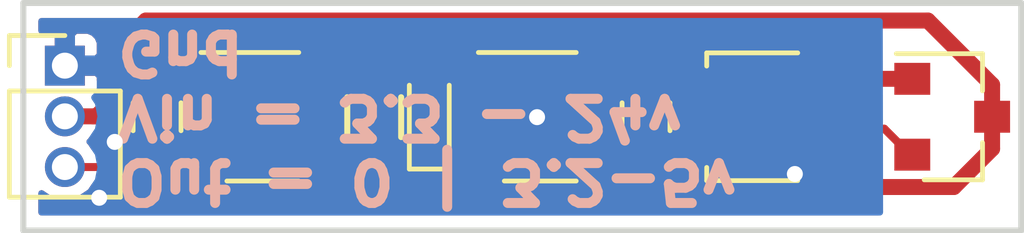
<source format=kicad_pcb>
(kicad_pcb (version 4) (host pcbnew 4.0.5)

  (general
    (links 19)
    (no_connects 0)
    (area 99.924999 99.574999 125.075001 105.425001)
    (thickness 1.6)
    (drawings 5)
    (tracks 85)
    (zones 0)
    (modules 9)
    (nets 8)
  )

  (page A4)
  (layers
    (0 F.Cu signal)
    (31 B.Cu signal hide)
    (32 B.Adhes user)
    (33 F.Adhes user)
    (34 B.Paste user)
    (35 F.Paste user)
    (36 B.SilkS user hide)
    (37 F.SilkS user)
    (38 B.Mask user)
    (39 F.Mask user)
    (40 Dwgs.User user)
    (41 Cmts.User user)
    (42 Eco1.User user hide)
    (43 Eco2.User user hide)
    (44 Edge.Cuts user)
    (45 Margin user)
    (46 B.CrtYd user hide)
    (47 F.CrtYd user hide)
    (48 B.Fab user hide)
    (49 F.Fab user hide)
  )

  (setup
    (last_trace_width 0.2)
    (user_trace_width 0.4)
    (trace_clearance 0.21)
    (zone_clearance 0.3)
    (zone_45_only no)
    (trace_min 0.2)
    (segment_width 0.2)
    (edge_width 0.15)
    (via_size 0.6)
    (via_drill 0.4)
    (via_min_size 0.4)
    (via_min_drill 0.3)
    (uvia_size 0.3)
    (uvia_drill 0.1)
    (uvias_allowed no)
    (uvia_min_size 0.2)
    (uvia_min_drill 0.1)
    (pcb_text_width 0.3)
    (pcb_text_size 1.5 1.5)
    (mod_edge_width 0.15)
    (mod_text_size 1 1)
    (mod_text_width 0.15)
    (pad_size 1.524 1.524)
    (pad_drill 0.762)
    (pad_to_mask_clearance 0.2)
    (aux_axis_origin 0 0)
    (visible_elements FFFFFF7F)
    (pcbplotparams
      (layerselection 0x00030_80000001)
      (usegerberextensions false)
      (excludeedgelayer true)
      (linewidth 0.100000)
      (plotframeref false)
      (viasonmask false)
      (mode 1)
      (useauxorigin false)
      (hpglpennumber 1)
      (hpglpenspeed 20)
      (hpglpendiameter 15)
      (hpglpenoverlay 2)
      (psnegative false)
      (psa4output false)
      (plotreference true)
      (plotvalue true)
      (plotinvisibletext false)
      (padsonsilk false)
      (subtractmaskfromsilk false)
      (outputformat 1)
      (mirror false)
      (drillshape 1)
      (scaleselection 1)
      (outputdirectory ""))
  )

  (net 0 "")
  (net 1 +24V)
  (net 2 GND)
  (net 3 +5V)
  (net 4 "Net-(P1-Pad3)")
  (net 5 "Net-(RV1-Pad2)")
  (net 6 "Net-(U2-Pad2)")
  (net 7 "Net-(D1-Pad1)")

  (net_class Default "This is the default net class."
    (clearance 0.21)
    (trace_width 0.2)
    (via_dia 0.6)
    (via_drill 0.4)
    (uvia_dia 0.3)
    (uvia_drill 0.1)
    (add_net +24V)
    (add_net +5V)
    (add_net GND)
    (add_net "Net-(D1-Pad1)")
    (add_net "Net-(P1-Pad3)")
    (add_net "Net-(RV1-Pad2)")
    (add_net "Net-(U2-Pad2)")
  )

  (module LEDs:LED_0603 (layer F.Cu) (tedit 58A70B5C) (tstamp 58A60FB5)
    (at 110.17 102.51 90)
    (descr "LED 0603 smd package")
    (tags "LED led 0603 SMD smd SMT smt smdled SMDLED smtled SMTLED")
    (path /58A4E938)
    (attr smd)
    (fp_text reference D1 (at 3.98 0.08 90) (layer F.SilkS) hide
      (effects (font (size 1 1) (thickness 0.15)))
    )
    (fp_text value LED (at 0 1.35 90) (layer F.Fab)
      (effects (font (size 1 1) (thickness 0.15)))
    )
    (fp_line (start -1.3 -0.5) (end -1.3 0.5) (layer F.SilkS) (width 0.12))
    (fp_line (start -0.2 -0.2) (end -0.2 0.2) (layer F.Fab) (width 0.1))
    (fp_line (start -0.15 0) (end 0.15 -0.2) (layer F.Fab) (width 0.1))
    (fp_line (start 0.15 0.2) (end -0.15 0) (layer F.Fab) (width 0.1))
    (fp_line (start 0.15 -0.2) (end 0.15 0.2) (layer F.Fab) (width 0.1))
    (fp_line (start 0.8 0.4) (end -0.8 0.4) (layer F.Fab) (width 0.1))
    (fp_line (start 0.8 -0.4) (end 0.8 0.4) (layer F.Fab) (width 0.1))
    (fp_line (start -0.8 -0.4) (end 0.8 -0.4) (layer F.Fab) (width 0.1))
    (fp_line (start -0.8 0.4) (end -0.8 -0.4) (layer F.Fab) (width 0.1))
    (fp_line (start -1.3 0.5) (end 0.8 0.5) (layer F.SilkS) (width 0.12))
    (fp_line (start -1.3 -0.5) (end 0.8 -0.5) (layer F.SilkS) (width 0.12))
    (fp_line (start 1.45 -0.65) (end 1.45 0.65) (layer F.CrtYd) (width 0.05))
    (fp_line (start 1.45 0.65) (end -1.45 0.65) (layer F.CrtYd) (width 0.05))
    (fp_line (start -1.45 0.65) (end -1.45 -0.65) (layer F.CrtYd) (width 0.05))
    (fp_line (start -1.45 -0.65) (end 1.45 -0.65) (layer F.CrtYd) (width 0.05))
    (pad 2 smd rect (at 0.8 0 270) (size 0.8 0.8) (layers F.Cu F.Paste F.Mask)
      (net 3 +5V))
    (pad 1 smd rect (at -0.8 0 270) (size 0.8 0.8) (layers F.Cu F.Paste F.Mask)
      (net 7 "Net-(D1-Pad1)"))
    (model LEDs.3dshapes/LED_0603.wrl
      (at (xyz 0 0 0))
      (scale (xyz 1 1 1))
      (rotate (xyz 0 0 180))
    )
  )

  (module Resistors_SMD:R_0603 (layer F.Cu) (tedit 58A70B5E) (tstamp 58A4E48B)
    (at 108.79 102.51 90)
    (descr "Resistor SMD 0603, reflow soldering, Vishay (see dcrcw.pdf)")
    (tags "resistor 0603")
    (path /58A4E84D)
    (attr smd)
    (fp_text reference R1 (at 3.95 0.01 90) (layer F.SilkS) hide
      (effects (font (size 1 1) (thickness 0.15)))
    )
    (fp_text value 300 (at -0.32 -3.47 90) (layer F.Fab)
      (effects (font (size 1 1) (thickness 0.15)))
    )
    (fp_line (start -0.8 0.4) (end -0.8 -0.4) (layer F.Fab) (width 0.1))
    (fp_line (start 0.8 0.4) (end -0.8 0.4) (layer F.Fab) (width 0.1))
    (fp_line (start 0.8 -0.4) (end 0.8 0.4) (layer F.Fab) (width 0.1))
    (fp_line (start -0.8 -0.4) (end 0.8 -0.4) (layer F.Fab) (width 0.1))
    (fp_line (start -1.3 -0.8) (end 1.3 -0.8) (layer F.CrtYd) (width 0.05))
    (fp_line (start -1.3 0.8) (end 1.3 0.8) (layer F.CrtYd) (width 0.05))
    (fp_line (start -1.3 -0.8) (end -1.3 0.8) (layer F.CrtYd) (width 0.05))
    (fp_line (start 1.3 -0.8) (end 1.3 0.8) (layer F.CrtYd) (width 0.05))
    (fp_line (start 0.5 0.675) (end -0.5 0.675) (layer F.SilkS) (width 0.15))
    (fp_line (start -0.5 -0.675) (end 0.5 -0.675) (layer F.SilkS) (width 0.15))
    (pad 1 smd rect (at -0.75 0 90) (size 0.5 0.9) (layers F.Cu F.Paste F.Mask)
      (net 7 "Net-(D1-Pad1)"))
    (pad 2 smd rect (at 0.75 0 90) (size 0.5 0.9) (layers F.Cu F.Paste F.Mask)
      (net 4 "Net-(P1-Pad3)"))
    (model Resistors_SMD.3dshapes/R_0603.wrl
      (at (xyz 0 0 0))
      (scale (xyz 1 1 1))
      (rotate (xyz 0 0 0))
    )
  )

  (module TO_SOT_Packages_SMD:SOT-23-5 (layer F.Cu) (tedit 58A70B59) (tstamp 58A4E4AB)
    (at 112.95 102.5)
    (descr "5-pin SOT23 package")
    (tags SOT-23-5)
    (path /58A4E33D)
    (attr smd)
    (fp_text reference U3 (at -0.02 -3.98 90) (layer F.SilkS) hide
      (effects (font (size 1 1) (thickness 0.15)))
    )
    (fp_text value MCP601 (at 5.4 0.09) (layer F.Fab)
      (effects (font (size 1 1) (thickness 0.15)))
    )
    (fp_line (start -0.9 1.61) (end 0.9 1.61) (layer F.SilkS) (width 0.12))
    (fp_line (start 0.9 -1.61) (end -1.55 -1.61) (layer F.SilkS) (width 0.12))
    (fp_line (start -1.9 -1.8) (end 1.9 -1.8) (layer F.CrtYd) (width 0.05))
    (fp_line (start 1.9 -1.8) (end 1.9 1.8) (layer F.CrtYd) (width 0.05))
    (fp_line (start 1.9 1.8) (end -1.9 1.8) (layer F.CrtYd) (width 0.05))
    (fp_line (start -1.9 1.8) (end -1.9 -1.8) (layer F.CrtYd) (width 0.05))
    (fp_line (start -0.9 -0.9) (end -0.25 -1.55) (layer F.Fab) (width 0.1))
    (fp_line (start 0.9 -1.55) (end -0.25 -1.55) (layer F.Fab) (width 0.1))
    (fp_line (start -0.9 -0.9) (end -0.9 1.55) (layer F.Fab) (width 0.1))
    (fp_line (start 0.9 1.55) (end -0.9 1.55) (layer F.Fab) (width 0.1))
    (fp_line (start 0.9 -1.55) (end 0.9 1.55) (layer F.Fab) (width 0.1))
    (pad 1 smd rect (at -1.1 -0.95) (size 1.06 0.65) (layers F.Cu F.Paste F.Mask)
      (net 4 "Net-(P1-Pad3)"))
    (pad 2 smd rect (at -1.1 0) (size 1.06 0.65) (layers F.Cu F.Paste F.Mask)
      (net 2 GND))
    (pad 3 smd rect (at -1.1 0.95) (size 1.06 0.65) (layers F.Cu F.Paste F.Mask)
      (net 6 "Net-(U2-Pad2)"))
    (pad 4 smd rect (at 1.1 0.95) (size 1.06 0.65) (layers F.Cu F.Paste F.Mask)
      (net 5 "Net-(RV1-Pad2)"))
    (pad 5 smd rect (at 1.1 -0.95) (size 1.06 0.65) (layers F.Cu F.Paste F.Mask)
      (net 3 +5V))
    (model TO_SOT_Packages_SMD.3dshapes/SOT-23-5.wrl
      (at (xyz 0 0 0))
      (scale (xyz 1 1 1))
      (rotate (xyz 0 0 0))
    )
  )

  (module Capacitors_SMD:C_0603 (layer F.Cu) (tedit 58A70B57) (tstamp 58A4E478)
    (at 115.6 102.5 270)
    (descr "Capacitor SMD 0603, reflow soldering, AVX (see smccp.pdf)")
    (tags "capacitor 0603")
    (path /58A4E4CE)
    (attr smd)
    (fp_text reference C2 (at -3.9 -0.05 270) (layer F.SilkS) hide
      (effects (font (size 1 1) (thickness 0.15)))
    )
    (fp_text value 2.2uf (at -3.68 -0.25 270) (layer F.Fab)
      (effects (font (size 1 1) (thickness 0.15)))
    )
    (fp_line (start -0.8 0.4) (end -0.8 -0.4) (layer F.Fab) (width 0.1))
    (fp_line (start 0.8 0.4) (end -0.8 0.4) (layer F.Fab) (width 0.1))
    (fp_line (start 0.8 -0.4) (end 0.8 0.4) (layer F.Fab) (width 0.1))
    (fp_line (start -0.8 -0.4) (end 0.8 -0.4) (layer F.Fab) (width 0.1))
    (fp_line (start -1.45 -0.75) (end 1.45 -0.75) (layer F.CrtYd) (width 0.05))
    (fp_line (start -1.45 0.75) (end 1.45 0.75) (layer F.CrtYd) (width 0.05))
    (fp_line (start -1.45 -0.75) (end -1.45 0.75) (layer F.CrtYd) (width 0.05))
    (fp_line (start 1.45 -0.75) (end 1.45 0.75) (layer F.CrtYd) (width 0.05))
    (fp_line (start -0.35 -0.6) (end 0.35 -0.6) (layer F.SilkS) (width 0.12))
    (fp_line (start 0.35 0.6) (end -0.35 0.6) (layer F.SilkS) (width 0.12))
    (pad 1 smd rect (at -0.75 0 270) (size 0.8 0.75) (layers F.Cu F.Paste F.Mask)
      (net 3 +5V))
    (pad 2 smd rect (at 0.75 0 270) (size 0.8 0.75) (layers F.Cu F.Paste F.Mask)
      (net 2 GND))
    (model Capacitors_SMD.3dshapes/C_0603.wrl
      (at (xyz 0 0 0))
      (scale (xyz 1 1 1))
      (rotate (xyz 0 0 0))
    )
  )

  (module TO_SOT_Packages_SMD:SOT-23 (layer F.Cu) (tedit 58A70B4E) (tstamp 58A4E4A2)
    (at 123.27 102.5)
    (descr "SOT-23, Standard")
    (tags SOT-23)
    (path /58A4E212)
    (attr smd)
    (fp_text reference U2 (at 0.01 -3.95 90) (layer F.SilkS) hide
      (effects (font (size 1 1) (thickness 0.15)))
    )
    (fp_text value DRV5053 (at 1.04 3.85) (layer F.Fab)
      (effects (font (size 1 1) (thickness 0.15)))
    )
    (fp_line (start -0.7 -0.95) (end -0.7 1.5) (layer F.Fab) (width 0.1))
    (fp_line (start -0.15 -1.52) (end 0.7 -1.52) (layer F.Fab) (width 0.1))
    (fp_line (start -0.7 -0.95) (end -0.15 -1.52) (layer F.Fab) (width 0.1))
    (fp_line (start 0.7 -1.52) (end 0.7 1.52) (layer F.Fab) (width 0.1))
    (fp_line (start -0.7 1.52) (end 0.7 1.52) (layer F.Fab) (width 0.1))
    (fp_line (start 0.76 1.58) (end 0.76 0.65) (layer F.SilkS) (width 0.12))
    (fp_line (start 0.76 -1.58) (end 0.76 -0.65) (layer F.SilkS) (width 0.12))
    (fp_line (start -1.7 -1.75) (end 1.7 -1.75) (layer F.CrtYd) (width 0.05))
    (fp_line (start 1.7 -1.75) (end 1.7 1.75) (layer F.CrtYd) (width 0.05))
    (fp_line (start 1.7 1.75) (end -1.7 1.75) (layer F.CrtYd) (width 0.05))
    (fp_line (start -1.7 1.75) (end -1.7 -1.75) (layer F.CrtYd) (width 0.05))
    (fp_line (start 0.76 -1.58) (end -1.4 -1.58) (layer F.SilkS) (width 0.12))
    (fp_line (start 0.76 1.58) (end -0.7 1.58) (layer F.SilkS) (width 0.12))
    (pad 1 smd rect (at -1 -0.95) (size 0.9 0.8) (layers F.Cu F.Paste F.Mask)
      (net 3 +5V))
    (pad 2 smd rect (at -1 0.95) (size 0.9 0.8) (layers F.Cu F.Paste F.Mask)
      (net 6 "Net-(U2-Pad2)"))
    (pad 3 smd rect (at 1 0) (size 0.9 0.8) (layers F.Cu F.Paste F.Mask)
      (net 2 GND))
    (model TO_SOT_Packages_SMD.3dshapes/SOT-23.wrl
      (at (xyz 0 0 0))
      (scale (xyz 1 1 1))
      (rotate (xyz 0 0 90))
    )
  )

  (module Capacitors_SMD:C_0603 (layer F.Cu) (tedit 58A70B63) (tstamp 58A4E472)
    (at 103.35 102.5 270)
    (descr "Capacitor SMD 0603, reflow soldering, AVX (see smccp.pdf)")
    (tags "capacitor 0603")
    (path /58A4E44C)
    (attr smd)
    (fp_text reference C1 (at -4.15 -0.24 270) (layer F.SilkS) hide
      (effects (font (size 1 1) (thickness 0.15)))
    )
    (fp_text value 1uf (at 4.38 -0.08 270) (layer F.Fab)
      (effects (font (size 1 1) (thickness 0.15)))
    )
    (fp_line (start -0.8 0.4) (end -0.8 -0.4) (layer F.Fab) (width 0.1))
    (fp_line (start 0.8 0.4) (end -0.8 0.4) (layer F.Fab) (width 0.1))
    (fp_line (start 0.8 -0.4) (end 0.8 0.4) (layer F.Fab) (width 0.1))
    (fp_line (start -0.8 -0.4) (end 0.8 -0.4) (layer F.Fab) (width 0.1))
    (fp_line (start -1.45 -0.75) (end 1.45 -0.75) (layer F.CrtYd) (width 0.05))
    (fp_line (start -1.45 0.75) (end 1.45 0.75) (layer F.CrtYd) (width 0.05))
    (fp_line (start -1.45 -0.75) (end -1.45 0.75) (layer F.CrtYd) (width 0.05))
    (fp_line (start 1.45 -0.75) (end 1.45 0.75) (layer F.CrtYd) (width 0.05))
    (fp_line (start -0.35 -0.6) (end 0.35 -0.6) (layer F.SilkS) (width 0.12))
    (fp_line (start 0.35 0.6) (end -0.35 0.6) (layer F.SilkS) (width 0.12))
    (pad 1 smd rect (at -0.75 0 270) (size 0.8 0.75) (layers F.Cu F.Paste F.Mask)
      (net 1 +24V))
    (pad 2 smd rect (at 0.75 0 270) (size 0.8 0.75) (layers F.Cu F.Paste F.Mask)
      (net 2 GND))
    (model Capacitors_SMD.3dshapes/C_0603.wrl
      (at (xyz 0 0 0))
      (scale (xyz 1 1 1))
      (rotate (xyz 0 0 0))
    )
  )

  (module TO_SOT_Packages_SMD:SOT-23-5 (layer F.Cu) (tedit 58A70B61) (tstamp 58A4E49B)
    (at 106 102.5)
    (descr "5-pin SOT23 package")
    (tags SOT-23-5)
    (path /58A4E266)
    (attr smd)
    (fp_text reference U1 (at 0.01 -4.01 90) (layer F.SilkS) hide
      (effects (font (size 1 1) (thickness 0.15)))
    )
    (fp_text value AP2204 (at -0.02 4.08) (layer F.Fab)
      (effects (font (size 1 1) (thickness 0.15)))
    )
    (fp_line (start -0.9 1.61) (end 0.9 1.61) (layer F.SilkS) (width 0.12))
    (fp_line (start 0.9 -1.61) (end -1.55 -1.61) (layer F.SilkS) (width 0.12))
    (fp_line (start -1.9 -1.8) (end 1.9 -1.8) (layer F.CrtYd) (width 0.05))
    (fp_line (start 1.9 -1.8) (end 1.9 1.8) (layer F.CrtYd) (width 0.05))
    (fp_line (start 1.9 1.8) (end -1.9 1.8) (layer F.CrtYd) (width 0.05))
    (fp_line (start -1.9 1.8) (end -1.9 -1.8) (layer F.CrtYd) (width 0.05))
    (fp_line (start -0.9 -0.9) (end -0.25 -1.55) (layer F.Fab) (width 0.1))
    (fp_line (start 0.9 -1.55) (end -0.25 -1.55) (layer F.Fab) (width 0.1))
    (fp_line (start -0.9 -0.9) (end -0.9 1.55) (layer F.Fab) (width 0.1))
    (fp_line (start 0.9 1.55) (end -0.9 1.55) (layer F.Fab) (width 0.1))
    (fp_line (start 0.9 -1.55) (end 0.9 1.55) (layer F.Fab) (width 0.1))
    (pad 1 smd rect (at -1.1 -0.95) (size 1.06 0.65) (layers F.Cu F.Paste F.Mask)
      (net 1 +24V))
    (pad 2 smd rect (at -1.1 0) (size 1.06 0.65) (layers F.Cu F.Paste F.Mask)
      (net 2 GND))
    (pad 3 smd rect (at -1.1 0.95) (size 1.06 0.65) (layers F.Cu F.Paste F.Mask)
      (net 1 +24V))
    (pad 4 smd rect (at 1.1 0.95) (size 1.06 0.65) (layers F.Cu F.Paste F.Mask))
    (pad 5 smd rect (at 1.1 -0.95) (size 1.06 0.65) (layers F.Cu F.Paste F.Mask)
      (net 3 +5V))
    (model TO_SOT_Packages_SMD.3dshapes/SOT-23-5.wrl
      (at (xyz 0 0 0))
      (scale (xyz 1 1 1))
      (rotate (xyz 0 0 0))
    )
  )

  (module Pin_Headers:Pin_Header_Straight_1x03_Pitch1.27mm (layer F.Cu) (tedit 58A70B65) (tstamp 58A4E5C9)
    (at 101.04 101.22)
    (descr "Through hole straight pin header, 1x03, 1.27mm pitch, single row")
    (tags "Through hole pin header THT 1x03 1.27mm single row")
    (path /58A4E9D9)
    (fp_text reference P1 (at -0.02 -2.8 90) (layer F.SilkS) hide
      (effects (font (size 1 1) (thickness 0.15)))
    )
    (fp_text value CONN_01X03 (at 0.05 -6.51 90) (layer F.Fab)
      (effects (font (size 1 1) (thickness 0.15)))
    )
    (fp_line (start -1.27 -0.635) (end -1.27 3.175) (layer F.Fab) (width 0.1))
    (fp_line (start -1.27 3.175) (end 1.27 3.175) (layer F.Fab) (width 0.1))
    (fp_line (start 1.27 3.175) (end 1.27 -0.635) (layer F.Fab) (width 0.1))
    (fp_line (start 1.27 -0.635) (end -1.27 -0.635) (layer F.Fab) (width 0.1))
    (fp_line (start -1.39 0.635) (end -1.39 3.295) (layer F.SilkS) (width 0.12))
    (fp_line (start -1.39 3.295) (end 1.39 3.295) (layer F.SilkS) (width 0.12))
    (fp_line (start 1.39 3.295) (end 1.39 0.635) (layer F.SilkS) (width 0.12))
    (fp_line (start 1.39 0.635) (end -1.39 0.635) (layer F.SilkS) (width 0.12))
    (fp_line (start -1.39 0) (end -1.39 -0.755) (layer F.SilkS) (width 0.12))
    (fp_line (start -1.39 -0.755) (end 0 -0.755) (layer F.SilkS) (width 0.12))
    (fp_line (start -1.6 -0.9) (end -1.6 3.5) (layer F.CrtYd) (width 0.05))
    (fp_line (start -1.6 3.5) (end 1.6 3.5) (layer F.CrtYd) (width 0.05))
    (fp_line (start 1.6 3.5) (end 1.6 -0.9) (layer F.CrtYd) (width 0.05))
    (fp_line (start 1.6 -0.9) (end -1.6 -0.9) (layer F.CrtYd) (width 0.05))
    (pad 1 thru_hole rect (at 0 0) (size 1 1) (drill 0.65) (layers *.Cu *.Mask)
      (net 2 GND))
    (pad 2 thru_hole oval (at 0 1.27) (size 1 1) (drill 0.65) (layers *.Cu *.Mask)
      (net 1 +24V))
    (pad 3 thru_hole oval (at 0 2.54) (size 1 1) (drill 0.65) (layers *.Cu *.Mask)
      (net 4 "Net-(P1-Pad3)"))
    (model Pin_Headers.3dshapes/Pin_Header_Straight_1x03_Pitch1.27mm.wrl
      (at (xyz 0 0 0))
      (scale (xyz 1 1 1))
      (rotate (xyz 0 0 0))
    )
  )

  (module _my:Potentiometer_Trimmer-TT22A (layer F.Cu) (tedit 58A70B55) (tstamp 58A60CF9)
    (at 118.87 102.5 90)
    (descr http://www.comkey.in/sites/default/files/attachments/EVM3ESX50B15.pdf)
    (tags "trimmer smd")
    (path /58A4E39B)
    (attr smd)
    (fp_text reference RV1 (at 4.36 0.01 90) (layer F.SilkS) hide
      (effects (font (size 1 1) (thickness 0.15)))
    )
    (fp_text value POT (at 0 -3.79 90) (layer F.Fab)
      (effects (font (size 1 1) (thickness 0.15)))
    )
    (fp_line (start 1.6 -1.75) (end 1.6 0.53) (layer F.SilkS) (width 0.12))
    (fp_line (start 1.27 -1.75) (end 1.6 -1.75) (layer F.SilkS) (width 0.12))
    (fp_line (start -1.6 -1.75) (end -1.27 -1.75) (layer F.SilkS) (width 0.12))
    (fp_line (start -1.6 0.53) (end -1.6 -1.75) (layer F.SilkS) (width 0.12))
    (fp_line (start 2.2 2.45) (end -2.2 2.45) (layer F.CrtYd) (width 0.05))
    (fp_line (start 2.2 -2.6) (end 2.2 2.45) (layer F.CrtYd) (width 0.05))
    (fp_line (start -2.2 -2.6) (end 2.2 -2.6) (layer F.CrtYd) (width 0.05))
    (fp_line (start -2.2 2.45) (end -2.2 -2.6) (layer F.CrtYd) (width 0.05))
    (fp_line (start 0.9 1.38) (end 0.9 1.73) (layer F.Fab) (width 0.1))
    (fp_line (start 1.55 1.38) (end 0.9 1.38) (layer F.Fab) (width 0.1))
    (fp_line (start -0.9 1.32) (end -0.9 1.73) (layer F.Fab) (width 0.1))
    (fp_line (start -1.55 1.32) (end -0.9 1.32) (layer F.Fab) (width 0.1))
    (fp_line (start -0.25 -0.23) (end -0.25 -0.97) (layer F.Fab) (width 0.1))
    (fp_line (start -1 -0.23) (end -0.25 -0.23) (layer F.Fab) (width 0.1))
    (fp_line (start -1 0.28) (end -1 -0.23) (layer F.Fab) (width 0.1))
    (fp_line (start -0.25 0.28) (end -1 0.28) (layer F.Fab) (width 0.1))
    (fp_line (start -0.25 1.02) (end -0.25 0.28) (layer F.Fab) (width 0.1))
    (fp_line (start 0.25 1.02) (end -0.25 1.02) (layer F.Fab) (width 0.1))
    (fp_line (start 0.25 0.28) (end 0.25 1.02) (layer F.Fab) (width 0.1))
    (fp_line (start 1 0.28) (end 0.25 0.28) (layer F.Fab) (width 0.1))
    (fp_line (start 1 -0.23) (end 1 0.28) (layer F.Fab) (width 0.1))
    (fp_line (start 0.25 -0.23) (end 1 -0.23) (layer F.Fab) (width 0.1))
    (fp_line (start 0.25 -0.97) (end 0.25 -0.23) (layer F.Fab) (width 0.1))
    (fp_line (start -0.25 -0.97) (end 0.25 -0.97) (layer F.Fab) (width 0.1))
    (fp_line (start -1.55 1.73) (end -1.55 -1.52) (layer F.Fab) (width 0.1))
    (fp_line (start 1.55 1.73) (end -1.55 1.73) (layer F.Fab) (width 0.1))
    (fp_line (start 1.55 -1.52) (end 1.55 1.73) (layer F.Fab) (width 0.1))
    (fp_line (start -1.55 -1.52) (end 1.55 -1.52) (layer F.Fab) (width 0.1))
    (fp_circle (center 0 0.03) (end 0 -0.23) (layer F.Fab) (width 0.1))
    (fp_circle (center 0 0.03) (end 0 -1.18) (layer F.Fab) (width 0.1))
    (fp_circle (center 0 0.03) (end 0 -1.52) (layer F.Fab) (width 0.1))
    (pad 1 smd rect (at -1.155 1.45 90) (size 1.09 1.6) (layers F.Cu F.Paste F.Mask)
      (net 2 GND))
    (pad 3 smd rect (at 1.155 1.45 90) (size 1.09 1.6) (layers F.Cu F.Paste F.Mask)
      (net 3 +5V))
    (pad 2 smd rect (at 0 -1.45 90) (size 1.6 1.6) (layers F.Cu F.Paste F.Mask)
      (net 5 "Net-(RV1-Pad2)"))
  )

  (gr_text "Out = 0 | 3.2-5v\nVin = 3.3 - 24v\nGnd" (at 102.23 102.5 180) (layer B.SilkS)
    (effects (font (size 1 1.1) (thickness 0.25)) (justify left mirror))
  )
  (gr_line (start 100 99.65) (end 100 105.35) (layer Edge.Cuts) (width 0.15))
  (gr_line (start 100 105.35) (end 125 105.35) (layer Edge.Cuts) (width 0.15))
  (gr_line (start 125 99.65) (end 125 105.35) (layer Edge.Cuts) (width 0.15))
  (gr_line (start 100 99.65) (end 125 99.65) (layer Edge.Cuts) (width 0.15))

  (segment (start 103.35 101.75) (end 102.575 101.75) (width 0.4) (layer F.Cu) (net 1))
  (segment (start 101.835 102.49) (end 101.747106 102.49) (width 0.4) (layer F.Cu) (net 1))
  (segment (start 102.575 101.75) (end 101.835 102.49) (width 0.4) (layer F.Cu) (net 1))
  (segment (start 101.747106 102.49) (end 101.04 102.49) (width 0.4) (layer F.Cu) (net 1))
  (segment (start 104.9 101.55) (end 103.55 101.55) (width 0.4) (layer F.Cu) (net 1))
  (segment (start 103.55 101.55) (end 103.35 101.75) (width 0.4) (layer F.Cu) (net 1))
  (segment (start 104.9 103.45) (end 105.83 103.45) (width 0.4) (layer F.Cu) (net 1))
  (segment (start 105.83 103.45) (end 105.840001 103.439999) (width 0.4) (layer F.Cu) (net 1))
  (segment (start 105.840001 103.439999) (end 105.840001 101.560001) (width 0.4) (layer F.Cu) (net 1))
  (segment (start 105.840001 101.560001) (end 105.83 101.55) (width 0.4) (layer F.Cu) (net 1))
  (segment (start 105.83 101.55) (end 104.9 101.55) (width 0.4) (layer F.Cu) (net 1))
  (segment (start 103.35 103.25) (end 102.41 103.25) (width 0.2) (layer F.Cu) (net 2))
  (via (at 102.29 103.13) (size 0.6) (drill 0.4) (layers F.Cu B.Cu) (net 2))
  (segment (start 102.41 103.25) (end 102.29 103.13) (width 0.2) (layer F.Cu) (net 2))
  (segment (start 110.930001 104.259999) (end 110.66 104.53) (width 0.2) (layer F.Cu) (net 2))
  (segment (start 110.66 104.53) (end 101.9 104.53) (width 0.2) (layer F.Cu) (net 2))
  (via (at 101.9 104.53) (size 0.6) (drill 0.4) (layers F.Cu B.Cu) (net 2))
  (segment (start 111.85 102.5) (end 111.535001 102.814999) (width 0.2) (layer F.Cu) (net 2))
  (segment (start 111.535001 102.814999) (end 111.071999 102.814999) (width 0.2) (layer F.Cu) (net 2))
  (segment (start 111.071999 102.814999) (end 110.930001 102.956997) (width 0.2) (layer F.Cu) (net 2))
  (segment (start 110.930001 102.956997) (end 110.930001 104.259999) (width 0.2) (layer F.Cu) (net 2))
  (segment (start 111.85 102.5) (end 112.86 102.5) (width 0.4) (layer F.Cu) (net 2))
  (segment (start 112.86 102.5) (end 112.87 102.51) (width 0.4) (layer F.Cu) (net 2))
  (via (at 112.87 102.51) (size 0.6) (drill 0.4) (layers F.Cu B.Cu) (net 2))
  (segment (start 124.27 102.5) (end 124.27 103.3) (width 0.4) (layer F.Cu) (net 2))
  (segment (start 124.27 103.3) (end 123.309999 104.260001) (width 0.4) (layer F.Cu) (net 2))
  (segment (start 123.309999 104.260001) (end 120.850001 104.260001) (width 0.4) (layer F.Cu) (net 2))
  (segment (start 120.850001 104.260001) (end 120.49 103.9) (width 0.4) (layer F.Cu) (net 2))
  (segment (start 101.04 101.22) (end 101.94 101.22) (width 0.4) (layer F.Cu) (net 2))
  (segment (start 101.94 101.22) (end 103.070001 100.089999) (width 0.4) (layer F.Cu) (net 2))
  (segment (start 103.070001 100.089999) (end 122.659999 100.089999) (width 0.4) (layer F.Cu) (net 2))
  (segment (start 122.659999 100.089999) (end 124.27 101.7) (width 0.4) (layer F.Cu) (net 2))
  (segment (start 124.27 101.7) (end 124.27 102.5) (width 0.4) (layer F.Cu) (net 2))
  (segment (start 119.362367 103.9) (end 119.328258 103.934109) (width 0.2) (layer F.Cu) (net 2))
  (segment (start 120.49 103.9) (end 119.362367 103.9) (width 0.2) (layer F.Cu) (net 2))
  (via (at 119.328258 103.934109) (size 0.6) (drill 0.4) (layers F.Cu B.Cu) (net 2))
  (segment (start 103.35 103.25) (end 104.1 102.5) (width 0.2) (layer F.Cu) (net 2))
  (segment (start 104.1 102.5) (end 104.9 102.5) (width 0.2) (layer F.Cu) (net 2))
  (segment (start 110.17 101.71) (end 110.17 101.11) (width 0.2) (layer F.Cu) (net 3))
  (segment (start 110.17 101.11) (end 110.17 100.839999) (width 0.2) (layer F.Cu) (net 3))
  (segment (start 110.754999 100.839999) (end 110.17 100.839999) (width 0.4) (layer F.Cu) (net 3))
  (segment (start 110.17 100.839999) (end 107.810001 100.839999) (width 0.4) (layer F.Cu) (net 3))
  (segment (start 115.6 101.75) (end 115.6 101.725) (width 0.4) (layer F.Cu) (net 3))
  (segment (start 119.49 101.1) (end 120.49 101.1) (width 0.4) (layer F.Cu) (net 3))
  (segment (start 115.6 101.725) (end 116.225 101.1) (width 0.4) (layer F.Cu) (net 3))
  (segment (start 116.225 101.1) (end 119.49 101.1) (width 0.4) (layer F.Cu) (net 3))
  (segment (start 114.05 101.55) (end 115.4 101.55) (width 0.4) (layer F.Cu) (net 3))
  (segment (start 115.4 101.55) (end 115.6 101.75) (width 0.4) (layer F.Cu) (net 3))
  (segment (start 110.754999 100.839999) (end 110.779999 100.814999) (width 0.4) (layer F.Cu) (net 3))
  (segment (start 113.109999 100.814999) (end 113.845 101.55) (width 0.4) (layer F.Cu) (net 3))
  (segment (start 113.845 101.55) (end 114.05 101.55) (width 0.4) (layer F.Cu) (net 3))
  (segment (start 110.779999 100.814999) (end 113.109999 100.814999) (width 0.4) (layer F.Cu) (net 3))
  (segment (start 107.810001 100.839999) (end 107.1 101.55) (width 0.4) (layer F.Cu) (net 3))
  (segment (start 122.27 101.55) (end 120.94 101.55) (width 0.4) (layer F.Cu) (net 3))
  (segment (start 120.94 101.55) (end 120.49 101.1) (width 0.4) (layer F.Cu) (net 3))
  (segment (start 110.728002 102.501998) (end 108.77 102.501998) (width 0.2) (layer F.Cu) (net 4))
  (segment (start 108.77 102.501998) (end 108.29 102.501998) (width 0.2) (layer F.Cu) (net 4))
  (segment (start 108.79 101.76) (end 108.79 102.481998) (width 0.2) (layer F.Cu) (net 4))
  (segment (start 108.79 102.481998) (end 108.77 102.501998) (width 0.2) (layer F.Cu) (net 4))
  (segment (start 107.994999 102.796999) (end 108.29 102.501998) (width 0.2) (layer F.Cu) (net 4))
  (segment (start 110.981998 102.248002) (end 110.728002 102.501998) (width 0.2) (layer F.Cu) (net 4))
  (segment (start 110.99 102.248002) (end 110.981998 102.248002) (width 0.2) (layer F.Cu) (net 4))
  (segment (start 110.99 101.68) (end 110.99 102.248002) (width 0.2) (layer F.Cu) (net 4))
  (segment (start 111.85 101.55) (end 111.12 101.55) (width 0.2) (layer F.Cu) (net 4))
  (segment (start 111.12 101.55) (end 110.99 101.68) (width 0.2) (layer F.Cu) (net 4))
  (segment (start 107.994999 104.085001) (end 107.994999 102.796999) (width 0.2) (layer F.Cu) (net 4))
  (segment (start 107.994999 104.085001) (end 102.344999 104.085001) (width 0.2) (layer F.Cu) (net 4))
  (segment (start 102.344999 104.085001) (end 102.019998 103.76) (width 0.2) (layer F.Cu) (net 4))
  (segment (start 102.019998 103.76) (end 101.04 103.76) (width 0.2) (layer F.Cu) (net 4))
  (segment (start 114.546999 103.960001) (end 116.789999 103.960001) (width 0.2) (layer F.Cu) (net 5))
  (segment (start 116.789999 103.960001) (end 117.25 103.5) (width 0.2) (layer F.Cu) (net 5))
  (segment (start 117.25 103.5) (end 117.25 102.5) (width 0.2) (layer F.Cu) (net 5))
  (segment (start 114.036998 103.45) (end 113.66 103.45) (width 0.2) (layer F.Cu) (net 5))
  (segment (start 114.546999 103.960001) (end 114.036998 103.45) (width 0.2) (layer F.Cu) (net 5))
  (segment (start 117.25 102.5) (end 117.25 102.55) (width 0.2) (layer F.Cu) (net 5))
  (segment (start 122.22 103.45) (end 121.569999 102.799999) (width 0.2) (layer F.Cu) (net 6))
  (segment (start 117.53 104.39001) (end 112.60501 104.39001) (width 0.2) (layer F.Cu) (net 6))
  (segment (start 122.27 103.45) (end 122.22 103.45) (width 0.2) (layer F.Cu) (net 6))
  (segment (start 121.569999 102.799999) (end 119.278003 102.799999) (width 0.2) (layer F.Cu) (net 6))
  (segment (start 119.278003 102.799999) (end 117.687992 104.39001) (width 0.2) (layer F.Cu) (net 6))
  (segment (start 117.687992 104.39001) (end 117.53 104.39001) (width 0.2) (layer F.Cu) (net 6))
  (segment (start 111.665 103.45) (end 111.46 103.45) (width 0.2) (layer F.Cu) (net 6))
  (segment (start 112.60501 104.39001) (end 111.665 103.45) (width 0.2) (layer F.Cu) (net 6))
  (segment (start 108.79 103.26) (end 110.12 103.26) (width 0.2) (layer F.Cu) (net 7))
  (segment (start 110.12 103.26) (end 110.17 103.31) (width 0.2) (layer F.Cu) (net 7))

  (zone (net 2) (net_name GND) (layer F.Cu) (tstamp 0) (hatch edge 0.508)
    (connect_pads thru_hole_only (clearance 0.3))
    (min_thickness 0.16)
    (fill yes (arc_segments 16) (thermal_gap 0.3) (thermal_bridge_width 0.508))
    (polygon
      (pts
        (xy 100.03 99.65) (xy 121.49 99.64) (xy 121.5 105.32) (xy 100 105.35) (xy 100 105.35)
      )
    )
    (filled_polygon
      (pts
        (xy 121.416488 103.32531) (xy 121.419251 104.895) (xy 100.455 104.895) (xy 100.455 104.418666) (xy 100.685999 104.573014)
        (xy 101.02276 104.64) (xy 101.05724 104.64) (xy 101.394001 104.573014) (xy 101.679494 104.382254) (xy 101.774545 104.24)
        (xy 101.821176 104.24) (xy 102.005588 104.424412) (xy 102.161311 104.528463) (xy 102.344999 104.565001) (xy 107.994999 104.565001)
        (xy 108.178687 104.528463) (xy 108.33441 104.424412) (xy 108.438461 104.268689) (xy 108.474999 104.085001) (xy 108.474999 103.897444)
        (xy 109.24 103.897444) (xy 109.380819 103.870947) (xy 109.409945 103.852205) (xy 109.492277 103.980153) (xy 109.619263 104.066919)
        (xy 109.77 104.097444) (xy 110.57 104.097444) (xy 110.710819 104.070947) (xy 110.840153 103.987723) (xy 110.926919 103.860737)
        (xy 110.938203 103.805013) (xy 110.959053 103.915819) (xy 111.042277 104.045153) (xy 111.169263 104.131919) (xy 111.32 104.162444)
        (xy 111.698622 104.162444) (xy 112.265599 104.729421) (xy 112.421322 104.833472) (xy 112.60501 104.87001) (xy 117.687992 104.87001)
        (xy 117.87168 104.833472) (xy 118.027403 104.729421) (xy 119.476825 103.279999) (xy 121.371177 103.279999)
      )
    )
    (filled_polygon
      (pts
        (xy 113.132556 101.6578) (xy 113.132556 101.875) (xy 113.159053 102.015819) (xy 113.242277 102.145153) (xy 113.369263 102.231919)
        (xy 113.52 102.262444) (xy 114.58 102.262444) (xy 114.720819 102.235947) (xy 114.839374 102.159659) (xy 114.864053 102.290819)
        (xy 114.947277 102.420153) (xy 115.074263 102.506919) (xy 115.225 102.537444) (xy 115.975 102.537444) (xy 116.115819 102.510947)
        (xy 116.232556 102.435829) (xy 116.232556 103.3) (xy 116.259053 103.440819) (xy 116.284266 103.480001) (xy 114.967444 103.480001)
        (xy 114.967444 103.125) (xy 114.940947 102.984181) (xy 114.857723 102.854847) (xy 114.730737 102.768081) (xy 114.58 102.737556)
        (xy 113.52 102.737556) (xy 113.379181 102.764053) (xy 113.249847 102.847277) (xy 113.163081 102.974263) (xy 113.132556 103.125)
        (xy 113.132556 103.775) (xy 113.15796 103.91001) (xy 112.803832 103.91001) (xy 112.750836 103.857014) (xy 112.767444 103.775)
        (xy 112.767444 103.125) (xy 112.740947 102.984181) (xy 112.657723 102.854847) (xy 112.530737 102.768081) (xy 112.38 102.737556)
        (xy 111.32 102.737556) (xy 111.179181 102.764053) (xy 111.082659 102.826163) (xy 111.305298 102.603525) (xy 111.329411 102.587413)
        (xy 111.433462 102.43169) (xy 111.467127 102.262444) (xy 112.38 102.262444) (xy 112.520819 102.235947) (xy 112.650153 102.152723)
        (xy 112.736919 102.025737) (xy 112.767444 101.875) (xy 112.767444 101.394999) (xy 112.869755 101.394999)
      )
    )
    (filled_polygon
      (pts
        (xy 104.219263 102.231919) (xy 104.37 102.262444) (xy 105.260001 102.262444) (xy 105.260001 102.737556) (xy 104.37 102.737556)
        (xy 104.229181 102.764053) (xy 104.099847 102.847277) (xy 104.013081 102.974263) (xy 103.982556 103.125) (xy 103.982556 103.605001)
        (xy 102.543821 103.605001) (xy 102.359409 103.420589) (xy 102.203686 103.316538) (xy 102.019998 103.28) (xy 101.774545 103.28)
        (xy 101.679494 103.137746) (xy 101.660418 103.125) (xy 101.679494 103.112254) (xy 101.707727 103.07) (xy 101.835 103.07)
        (xy 102.056957 103.02585) (xy 102.245122 102.900122) (xy 102.713801 102.431443) (xy 102.824263 102.506919) (xy 102.975 102.537444)
        (xy 103.725 102.537444) (xy 103.865819 102.510947) (xy 103.995153 102.427723) (xy 104.081919 102.300737) (xy 104.110855 102.157847)
      )
    )
    (filled_polygon
      (pts
        (xy 121.411605 100.55142) (xy 121.397723 100.529847) (xy 121.270737 100.443081) (xy 121.12 100.412556) (xy 119.52 100.412556)
        (xy 119.379181 100.439053) (xy 119.253386 100.52) (xy 116.225 100.52) (xy 116.003044 100.56415) (xy 115.849809 100.666538)
        (xy 115.814878 100.689878) (xy 115.5422 100.962556) (xy 115.225 100.962556) (xy 115.185439 100.97) (xy 114.867474 100.97)
        (xy 114.857723 100.954847) (xy 114.730737 100.868081) (xy 114.58 100.837556) (xy 113.9528 100.837556) (xy 113.520121 100.404877)
        (xy 113.331956 100.279149) (xy 113.109999 100.234999) (xy 110.779999 100.234999) (xy 110.654316 100.259999) (xy 107.810001 100.259999)
        (xy 107.588044 100.304149) (xy 107.399879 100.429877) (xy 106.9922 100.837556) (xy 106.57 100.837556) (xy 106.429181 100.864053)
        (xy 106.299847 100.947277) (xy 106.213081 101.074263) (xy 106.2046 101.116143) (xy 106.051957 101.01415) (xy 105.83 100.97)
        (xy 105.717474 100.97) (xy 105.707723 100.954847) (xy 105.580737 100.868081) (xy 105.43 100.837556) (xy 104.37 100.837556)
        (xy 104.229181 100.864053) (xy 104.099847 100.947277) (xy 104.084321 100.97) (xy 103.76176 100.97) (xy 103.725 100.962556)
        (xy 102.975 100.962556) (xy 102.834181 100.989053) (xy 102.704847 101.072277) (xy 102.638076 101.17) (xy 102.575 101.17)
        (xy 102.353043 101.21415) (xy 102.164878 101.339878) (xy 101.92 101.584756) (xy 101.92 101.489) (xy 101.825 101.394)
        (xy 101.214 101.394) (xy 101.214 101.414) (xy 100.866 101.414) (xy 100.866 101.394) (xy 100.846 101.394)
        (xy 100.846 101.046) (xy 100.866 101.046) (xy 100.866 100.435) (xy 101.214 100.435) (xy 101.214 101.046)
        (xy 101.825 101.046) (xy 101.92 100.951) (xy 101.92 100.644414) (xy 101.862149 100.504748) (xy 101.755253 100.397852)
        (xy 101.615587 100.34) (xy 101.309 100.34) (xy 101.214 100.435) (xy 100.866 100.435) (xy 100.771 100.34)
        (xy 100.464413 100.34) (xy 100.455 100.343899) (xy 100.455 100.105) (xy 121.410819 100.105)
      )
    )
  )
  (zone (net 2) (net_name GND) (layer B.Cu) (tstamp 58A55811) (hatch edge 0.508)
    (connect_pads thru_hole_only (clearance 0.3))
    (min_thickness 0.16)
    (fill yes (arc_segments 16) (thermal_gap 0.3) (thermal_bridge_width 0.508))
    (polygon
      (pts
        (xy 100.009766 99.63) (xy 121.53 99.66) (xy 121.54 105.34) (xy 99.979766 105.33) (xy 99.979766 105.33)
      )
    )
    (filled_polygon
      (pts
        (xy 121.459216 104.895) (xy 100.455 104.895) (xy 100.455 104.418666) (xy 100.685999 104.573014) (xy 101.02276 104.64)
        (xy 101.05724 104.64) (xy 101.394001 104.573014) (xy 101.679494 104.382254) (xy 101.870254 104.096761) (xy 101.93724 103.76)
        (xy 101.870254 103.423239) (xy 101.679494 103.137746) (xy 101.660418 103.125) (xy 101.679494 103.112254) (xy 101.870254 102.826761)
        (xy 101.93724 102.49) (xy 101.870254 102.153239) (xy 101.779694 102.017707) (xy 101.862149 101.935252) (xy 101.92 101.795586)
        (xy 101.92 101.489) (xy 101.825 101.394) (xy 101.214 101.394) (xy 101.214 101.414) (xy 100.866 101.414)
        (xy 100.866 101.394) (xy 100.846 101.394) (xy 100.846 101.046) (xy 100.866 101.046) (xy 100.866 100.435)
        (xy 101.214 100.435) (xy 101.214 101.046) (xy 101.825 101.046) (xy 101.92 100.951) (xy 101.92 100.644414)
        (xy 101.862149 100.504748) (xy 101.755253 100.397852) (xy 101.615587 100.34) (xy 101.309 100.34) (xy 101.214 100.435)
        (xy 100.866 100.435) (xy 100.771 100.34) (xy 100.464413 100.34) (xy 100.455 100.343899) (xy 100.455 100.105)
        (xy 121.450783 100.105)
      )
    )
  )
)

</source>
